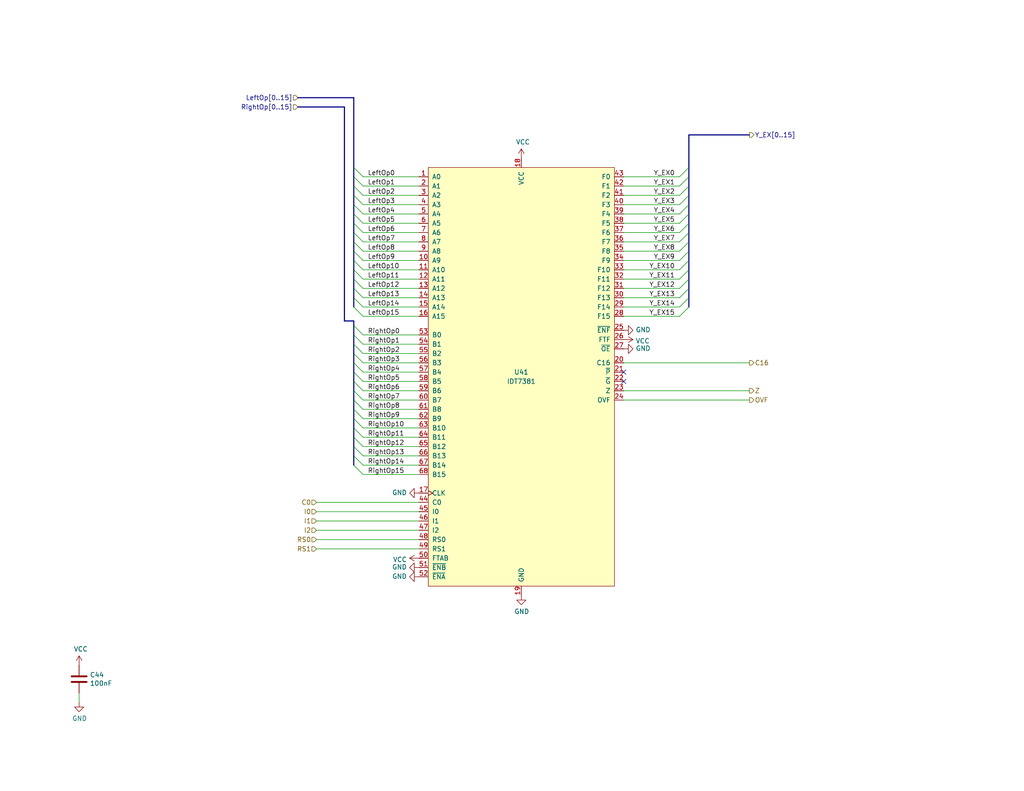
<source format=kicad_sch>
(kicad_sch (version 20230121) (generator eeschema)
  (paper "USLetter")
  (title_block (title "ALU") (date "2022-09-25") (rev "C") (comment 2 "are latched in registers in other parts of the circuit.") (comment 3 "This is configured for pure combinatorial operation where operands and outputs") (comment 4 "The ALU is built around the IDT 7381 sixteen-bit monolithic ALU IC."))
  (lib_symbols
    (symbol "Device:C" (pin_numbers hide) (pin_names (offset 0.254))
      (property "Reference" "C" (at 0.635 2.54 0))
      (property "Value" "C" (at 0.635 -2.54 0))
      (symbol "C_0_1"
        (polyline (pts (xy -2.032 -0.762) (xy 2.032 -0.762)) (stroke (width 0.508)))
        (polyline (pts (xy -2.032 0.762) (xy 2.032 0.762)) (stroke (width 0.508)))
      )
      (symbol "C_1_1"
        (pin passive line (at 0 3.81 270) (length 2.794) (name "~") (number "1"))
        (pin passive line (at 0 -3.81 90) (length 2.794) (name "~") (number "2"))
      )
    )
    (symbol "EXModule-rescue:IDT7381-CPU" (pin_names (offset 1.016))
      (property "Reference" "U" (at 1.27 2.54 0))
      (property "Value" "IDT7381-CPU" (at 1.27 0 0))
      (symbol "IDT7381-CPU_0_1"
        (rectangle (start -25.4 57.15) (end 25.4 -57.15) (fill (type background)))
      )
      (symbol "IDT7381-CPU_1_1"
        (pin input line (at -27.94 54.61 0) (length 2.54) (name "A0") (number "1"))
        (pin input line (at -27.94 31.75 0) (length 2.54) (name "A9") (number "10"))
        (pin input line (at -27.94 29.21 0) (length 2.54) (name "A10") (number "11"))
        (pin input line (at -27.94 26.67 0) (length 2.54) (name "A11") (number "12"))
        (pin input line (at -27.94 24.13 0) (length 2.54) (name "A12") (number "13"))
        (pin input line (at -27.94 21.59 0) (length 2.54) (name "A13") (number "14"))
        (pin input line (at -27.94 19.05 0) (length 2.54) (name "A14") (number "15"))
        (pin input line (at -27.94 16.51 0) (length 2.54) (name "A15") (number "16"))
        (pin input clock (at -27.94 -31.75 0) (length 2.54) (name "CLK") (number "17"))
        (pin power_in line (at 0 59.69 270) (length 2.54) (name "VCC") (number "18"))
        (pin power_in line (at 0 -59.69 90) (length 2.54) (name "GND") (number "19"))
        (pin input line (at -27.94 52.07 0) (length 2.54) (name "A1") (number "2"))
        (pin output line (at 27.94 3.81 180) (length 2.54) (name "C16") (number "20"))
        (pin output line (at 27.94 1.27 180) (length 2.54) (name "~{P}") (number "21"))
        (pin output line (at 27.94 -1.27 180) (length 2.54) (name "~{G}") (number "22"))
        (pin output line (at 27.94 -3.81 180) (length 2.54) (name "Z") (number "23"))
        (pin output line (at 27.94 -6.35 180) (length 2.54) (name "OVF") (number "24"))
        (pin input line (at 27.94 12.7 180) (length 2.54) (name "~{ENF}") (number "25"))
        (pin input line (at 27.94 10.16 180) (length 2.54) (name "FTF") (number "26"))
        (pin input line (at 27.94 7.62 180) (length 2.54) (name "~{OE}") (number "27"))
        (pin tri_state line (at 27.94 16.51 180) (length 2.54) (name "F15") (number "28"))
        (pin tri_state line (at 27.94 19.05 180) (length 2.54) (name "F14") (number "29"))
        (pin input line (at -27.94 49.53 0) (length 2.54) (name "A2") (number "3"))
        (pin tri_state line (at 27.94 21.59 180) (length 2.54) (name "F13") (number "30"))
        (pin tri_state line (at 27.94 24.13 180) (length 2.54) (name "F12") (number "31"))
        (pin tri_state line (at 27.94 26.67 180) (length 2.54) (name "F11") (number "32"))
        (pin tri_state line (at 27.94 29.21 180) (length 2.54) (name "F10") (number "33"))
        (pin tri_state line (at 27.94 31.75 180) (length 2.54) (name "F9") (number "34"))
        (pin tri_state line (at 27.94 34.29 180) (length 2.54) (name "F8") (number "35"))
        (pin tri_state line (at 27.94 36.83 180) (length 2.54) (name "F7") (number "36"))
        (pin tri_state line (at 27.94 39.37 180) (length 2.54) (name "F6") (number "37"))
        (pin tri_state line (at 27.94 41.91 180) (length 2.54) (name "F5") (number "38"))
        (pin tri_state line (at 27.94 44.45 180) (length 2.54) (name "F4") (number "39"))
        (pin input line (at -27.94 46.99 0) (length 2.54) (name "A3") (number "4"))
        (pin tri_state line (at 27.94 46.99 180) (length 2.54) (name "F3") (number "40"))
        (pin tri_state line (at 27.94 49.53 180) (length 2.54) (name "F2") (number "41"))
        (pin tri_state line (at 27.94 52.07 180) (length 2.54) (name "F1") (number "42"))
        (pin tri_state line (at 27.94 54.61 180) (length 2.54) (name "F0") (number "43"))
        (pin input line (at -27.94 -34.29 0) (length 2.54) (name "C0") (number "44"))
        (pin input line (at -27.94 -36.83 0) (length 2.54) (name "I0") (number "45"))
        (pin input line (at -27.94 -39.37 0) (length 2.54) (name "I1") (number "46"))
        (pin input line (at -27.94 -41.91 0) (length 2.54) (name "I2") (number "47"))
        (pin input line (at -27.94 -44.45 0) (length 2.54) (name "RS0") (number "48"))
        (pin input line (at -27.94 -46.99 0) (length 2.54) (name "RS1") (number "49"))
        (pin input line (at -27.94 44.45 0) (length 2.54) (name "A4") (number "5"))
        (pin input line (at -27.94 -49.53 0) (length 2.54) (name "FTAB") (number "50"))
        (pin input line (at -27.94 -52.07 0) (length 2.54) (name "~{ENB}") (number "51"))
        (pin input line (at -27.94 -54.61 0) (length 2.54) (name "~{ENA}") (number "52"))
        (pin input line (at -27.94 11.43 0) (length 2.54) (name "B0") (number "53"))
        (pin input line (at -27.94 8.89 0) (length 2.54) (name "B1") (number "54"))
        (pin input line (at -27.94 6.35 0) (length 2.54) (name "B2") (number "55"))
        (pin input line (at -27.94 3.81 0) (length 2.54) (name "B3") (number "56"))
        (pin input line (at -27.94 1.27 0) (length 2.54) (name "B4") (number "57"))
        (pin input line (at -27.94 -1.27 0) (length 2.54) (name "B5") (number "58"))
        (pin input line (at -27.94 -3.81 0) (length 2.54) (name "B6") (number "59"))
        (pin input line (at -27.94 41.91 0) (length 2.54) (name "A5") (number "6"))
        (pin input line (at -27.94 -6.35 0) (length 2.54) (name "B7") (number "60"))
        (pin input line (at -27.94 -8.89 0) (length 2.54) (name "B8") (number "61"))
        (pin input line (at -27.94 -11.43 0) (length 2.54) (name "B9") (number "62"))
        (pin input line (at -27.94 -13.97 0) (length 2.54) (name "B10") (number "63"))
        (pin input line (at -27.94 -16.51 0) (length 2.54) (name "B11") (number "64"))
        (pin input line (at -27.94 -19.05 0) (length 2.54) (name "B12") (number "65"))
        (pin input line (at -27.94 -21.59 0) (length 2.54) (name "B13") (number "66"))
        (pin input line (at -27.94 -24.13 0) (length 2.54) (name "B14") (number "67"))
        (pin input line (at -27.94 -26.67 0) (length 2.54) (name "B15") (number "68"))
        (pin input line (at -27.94 39.37 0) (length 2.54) (name "A6") (number "7"))
        (pin input line (at -27.94 36.83 0) (length 2.54) (name "A7") (number "8"))
        (pin input line (at -27.94 34.29 0) (length 2.54) (name "A8") (number "9"))
      )
    )
    (symbol "power:GND" (power) (pin_names (offset 0))
      (property "Value" "GND" (at 0 -3.81 0))
      (symbol "GND_0_1"
        (polyline (pts (xy 0 0) (xy 0 -1.27) (xy 1.27 -1.27) (xy 0 -2.54) (xy -1.27 -1.27) (xy 0 -1.27)))
      )
      (symbol "GND_1_1"
        (pin power_in line (at 0 0 270) (length 0) hide (name "GND") (number "1"))
      )
    )
    (symbol "power:VCC" (power) (pin_names (offset 0))
      (property "Value" "VCC" (at 0 3.81 0))
      (symbol "VCC_0_1"
        (polyline (pts (xy -0.762 1.27) (xy 0 2.54)))
        (polyline (pts (xy 0 0) (xy 0 2.54)))
        (polyline (pts (xy 0 2.54) (xy 0.762 1.27)))
      )
      (symbol "VCC_1_1"
        (pin power_in line (at 0 0 90) (length 0) hide (name "VCC") (number "1"))
      )
    )
  )
  (no_connect (at 170.18 104.14))
  (no_connect (at 170.18 101.6))
  (bus_entry (at 99.06 129.54) (size -2.54 -2.54))
  (bus_entry (at 99.06 66.04) (size -2.54 -2.54))
  (bus_entry (at 99.06 68.58) (size -2.54 -2.54))
  (bus_entry (at 99.06 99.06) (size -2.54 -2.54))
  (bus_entry (at 99.06 81.28) (size -2.54 -2.54))
  (bus_entry (at 99.06 63.5) (size -2.54 -2.54))
  (bus_entry (at 99.06 76.2) (size -2.54 -2.54))
  (bus_entry (at 99.06 55.88) (size -2.54 -2.54))
  (bus_entry (at 99.06 111.76) (size -2.54 -2.54))
  (bus_entry (at 99.06 93.98) (size -2.54 -2.54))
  (bus_entry (at 99.06 73.66) (size -2.54 -2.54))
  (bus_entry (at 99.06 127) (size -2.54 -2.54))
  (bus_entry (at 99.06 83.82) (size -2.54 -2.54))
  (bus_entry (at 99.06 71.12) (size -2.54 -2.54))
  (bus_entry (at 185.42 58.42) (size 2.54 -2.54))
  (bus_entry (at 99.06 48.26) (size -2.54 -2.54))
  (bus_entry (at 185.42 50.8) (size 2.54 -2.54))
  (bus_entry (at 99.06 58.42) (size -2.54 -2.54))
  (bus_entry (at 185.42 83.82) (size 2.54 -2.54))
  (bus_entry (at 99.06 50.8) (size -2.54 -2.54))
  (bus_entry (at 99.06 86.36) (size -2.54 -2.54))
  (bus_entry (at 99.06 78.74) (size -2.54 -2.54))
  (bus_entry (at 185.42 55.88) (size 2.54 -2.54))
  (bus_entry (at 99.06 104.14) (size -2.54 -2.54))
  (bus_entry (at 99.06 121.92) (size -2.54 -2.54))
  (bus_entry (at 99.06 101.6) (size -2.54 -2.54))
  (bus_entry (at 99.06 60.96) (size -2.54 -2.54))
  (bus_entry (at 185.42 78.74) (size 2.54 -2.54))
  (bus_entry (at 99.06 96.52) (size -2.54 -2.54))
  (bus_entry (at 99.06 106.68) (size -2.54 -2.54))
  (bus_entry (at 99.06 116.84) (size -2.54 -2.54))
  (bus_entry (at 99.06 124.46) (size -2.54 -2.54))
  (bus_entry (at 99.06 53.34) (size -2.54 -2.54))
  (bus_entry (at 185.42 76.2) (size 2.54 -2.54))
  (bus_entry (at 185.42 53.34) (size 2.54 -2.54))
  (bus_entry (at 185.42 71.12) (size 2.54 -2.54))
  (bus_entry (at 185.42 73.66) (size 2.54 -2.54))
  (bus_entry (at 99.06 119.38) (size -2.54 -2.54))
  (bus_entry (at 185.42 66.04) (size 2.54 -2.54))
  (bus_entry (at 185.42 81.28) (size 2.54 -2.54))
  (bus_entry (at 185.42 86.36) (size 2.54 -2.54))
  (bus_entry (at 185.42 68.58) (size 2.54 -2.54))
  (bus_entry (at 99.06 109.22) (size -2.54 -2.54))
  (bus_entry (at 185.42 63.5) (size 2.54 -2.54))
  (bus_entry (at 185.42 60.96) (size 2.54 -2.54))
  (bus_entry (at 99.06 114.3) (size -2.54 -2.54))
  (bus_entry (at 99.06 91.44) (size -2.54 -2.54))
  (bus_entry (at 185.42 48.26) (size 2.54 -2.54))
  (bus (pts (xy 187.96 63.5) (xy 187.96 66.04)))
  (bus (pts (xy 96.52 76.2) (xy 96.52 78.74)))
  (wire (pts (xy 185.42 58.42) (xy 170.18 58.42)))
  (wire (pts (xy 99.06 106.68) (xy 114.3 106.68)))
  (bus (pts (xy 187.96 78.74) (xy 187.96 81.28)))
  (wire (pts (xy 21.59 191.77) (xy 21.59 189.23)))
  (wire (pts (xy 185.42 48.26) (xy 170.18 48.26)))
  (bus (pts (xy 187.96 48.26) (xy 187.96 50.8)))
  (wire (pts (xy 185.42 60.96) (xy 170.18 60.96)))
  (wire (pts (xy 170.18 109.22) (xy 204.47 109.22)))
  (bus (pts (xy 187.96 68.58) (xy 187.96 71.12)))
  (bus (pts (xy 187.96 55.88) (xy 187.96 58.42)))
  (wire (pts (xy 185.42 83.82) (xy 170.18 83.82)))
  (bus (pts (xy 96.52 81.28) (xy 96.52 83.82)))
  (wire (pts (xy 99.06 76.2) (xy 114.3 76.2)))
  (bus (pts (xy 93.98 87.63) (xy 96.52 87.63)))
  (bus (pts (xy 187.96 45.72) (xy 187.96 48.26)))
  (bus (pts (xy 187.96 58.42) (xy 187.96 60.96)))
  (bus (pts (xy 96.52 71.12) (xy 96.52 73.66)))
  (bus (pts (xy 96.52 96.52) (xy 96.52 99.06)))
  (wire (pts (xy 99.06 83.82) (xy 114.3 83.82)))
  (bus (pts (xy 96.52 55.88) (xy 96.52 58.42)))
  (bus (pts (xy 96.52 26.67) (xy 96.52 45.72)))
  (wire (pts (xy 185.42 63.5) (xy 170.18 63.5)))
  (wire (pts (xy 99.06 63.5) (xy 114.3 63.5)))
  (wire (pts (xy 99.06 68.58) (xy 114.3 68.58)))
  (wire (pts (xy 114.3 142.24) (xy 86.36 142.24)))
  (wire (pts (xy 185.42 76.2) (xy 170.18 76.2)))
  (wire (pts (xy 99.06 99.06) (xy 114.3 99.06)))
  (bus (pts (xy 96.52 101.6) (xy 96.52 104.14)))
  (wire (pts (xy 99.06 73.66) (xy 114.3 73.66)))
  (wire (pts (xy 99.06 50.8) (xy 114.3 50.8)))
  (bus (pts (xy 96.52 111.76) (xy 96.52 114.3)))
  (wire (pts (xy 185.42 66.04) (xy 170.18 66.04)))
  (bus (pts (xy 96.52 58.42) (xy 96.52 60.96)))
  (bus (pts (xy 96.52 63.5) (xy 96.52 66.04)))
  (bus (pts (xy 187.96 73.66) (xy 187.96 76.2)))
  (bus (pts (xy 96.52 60.96) (xy 96.52 63.5)))
  (wire (pts (xy 99.06 78.74) (xy 114.3 78.74)))
  (wire (pts (xy 99.06 109.22) (xy 114.3 109.22)))
  (wire (pts (xy 99.06 58.42) (xy 114.3 58.42)))
  (bus (pts (xy 96.52 99.06) (xy 96.52 101.6)))
  (bus (pts (xy 96.52 50.8) (xy 96.52 53.34)))
  (wire (pts (xy 185.42 86.36) (xy 170.18 86.36)))
  (wire (pts (xy 185.42 53.34) (xy 170.18 53.34)))
  (bus (pts (xy 96.52 66.04) (xy 96.52 68.58)))
  (bus (pts (xy 96.52 119.38) (xy 96.52 121.92)))
  (wire (pts (xy 99.06 71.12) (xy 114.3 71.12)))
  (wire (pts (xy 99.06 116.84) (xy 114.3 116.84)))
  (bus (pts (xy 96.52 87.63) (xy 96.52 88.9)))
  (bus (pts (xy 96.52 68.58) (xy 96.52 71.12)))
  (bus (pts (xy 96.52 48.26) (xy 96.52 50.8)))
  (wire (pts (xy 99.06 124.46) (xy 114.3 124.46)))
  (wire (pts (xy 99.06 101.6) (xy 114.3 101.6)))
  (bus (pts (xy 187.96 76.2) (xy 187.96 78.74)))
  (wire (pts (xy 185.42 73.66) (xy 170.18 73.66)))
  (wire (pts (xy 99.06 121.92) (xy 114.3 121.92)))
  (wire (pts (xy 99.06 48.26) (xy 114.3 48.26)))
  (wire (pts (xy 99.06 91.44) (xy 114.3 91.44)))
  (bus (pts (xy 96.52 124.46) (xy 96.52 127)))
  (bus (pts (xy 96.52 93.98) (xy 96.52 96.52)))
  (bus (pts (xy 187.96 36.83) (xy 187.96 45.72)))
  (bus (pts (xy 96.52 116.84) (xy 96.52 119.38)))
  (bus (pts (xy 96.52 88.9) (xy 96.52 91.44)))
  (bus (pts (xy 96.52 73.66) (xy 96.52 76.2)))
  (wire (pts (xy 99.06 111.76) (xy 114.3 111.76)))
  (wire (pts (xy 99.06 93.98) (xy 114.3 93.98)))
  (bus (pts (xy 96.52 104.14) (xy 96.52 106.68)))
  (wire (pts (xy 170.18 106.68) (xy 204.47 106.68)))
  (wire (pts (xy 99.06 81.28) (xy 114.3 81.28)))
  (bus (pts (xy 96.52 78.74) (xy 96.52 81.28)))
  (wire (pts (xy 99.06 127) (xy 114.3 127)))
  (bus (pts (xy 96.52 45.72) (xy 96.52 48.26)))
  (bus (pts (xy 204.47 36.83) (xy 187.96 36.83)))
  (bus (pts (xy 187.96 50.8) (xy 187.96 53.34)))
  (wire (pts (xy 185.42 68.58) (xy 170.18 68.58)))
  (bus (pts (xy 187.96 71.12) (xy 187.96 73.66)))
  (bus (pts (xy 187.96 66.04) (xy 187.96 68.58)))
  (wire (pts (xy 99.06 66.04) (xy 114.3 66.04)))
  (bus (pts (xy 96.52 53.34) (xy 96.52 55.88)))
  (wire (pts (xy 185.42 50.8) (xy 170.18 50.8)))
  (bus (pts (xy 96.52 109.22) (xy 96.52 111.76)))
  (wire (pts (xy 99.06 86.36) (xy 114.3 86.36)))
  (bus (pts (xy 187.96 81.28) (xy 187.96 83.82)))
  (bus (pts (xy 93.98 29.21) (xy 93.98 87.63)))
  (wire (pts (xy 185.42 81.28) (xy 170.18 81.28)))
  (bus (pts (xy 96.52 106.68) (xy 96.52 109.22)))
  (wire (pts (xy 99.06 96.52) (xy 114.3 96.52)))
  (wire (pts (xy 185.42 78.74) (xy 170.18 78.74)))
  (bus (pts (xy 96.52 114.3) (xy 96.52 116.84)))
  (wire (pts (xy 86.36 137.16) (xy 114.3 137.16)))
  (bus (pts (xy 96.52 121.92) (xy 96.52 124.46)))
  (wire (pts (xy 99.06 114.3) (xy 114.3 114.3)))
  (wire (pts (xy 99.06 119.38) (xy 114.3 119.38)))
  (wire (pts (xy 99.06 104.14) (xy 114.3 104.14)))
  (wire (pts (xy 99.06 55.88) (xy 114.3 55.88)))
  (wire (pts (xy 114.3 144.78) (xy 86.36 144.78)))
  (wire (pts (xy 99.06 60.96) (xy 114.3 60.96)))
  (wire (pts (xy 114.3 147.32) (xy 86.36 147.32)))
  (wire (pts (xy 114.3 139.7) (xy 86.36 139.7)))
  (wire (pts (xy 170.18 99.06) (xy 204.47 99.06)))
  (bus (pts (xy 93.98 29.21) (xy 81.28 29.21)))
  (wire (pts (xy 114.3 149.86) (xy 86.36 149.86)))
  (wire (pts (xy 99.06 129.54) (xy 114.3 129.54)))
  (wire (pts (xy 99.06 53.34) (xy 114.3 53.34)))
  (wire (pts (xy 185.42 55.88) (xy 170.18 55.88)))
  (bus (pts (xy 96.52 91.44) (xy 96.52 93.98)))
  (wire (pts (xy 185.42 71.12) (xy 170.18 71.12)))
  (bus (pts (xy 187.96 53.34) (xy 187.96 55.88)))
  (bus (pts (xy 96.52 26.67) (xy 81.28 26.67)))
  (bus (pts (xy 187.96 60.96) (xy 187.96 63.5)))
  (label "RightOp13" (at 100.33 124.46 0))
  (label "RightOp2" (at 100.33 96.52 0))
  (label "Y_EX6" (at 184.15 63.5 180))
  (label "Y_EX3" (at 184.15 55.88 180))
  (label "Y_EX14" (at 184.15 83.82 180))
  (label "Y_EX13" (at 184.15 81.28 180))
  (label "Y_EX11" (at 184.15 76.2 180))
  (label "RightOp14" (at 100.33 127 0))
  (label "LeftOp11" (at 100.33 76.2 0))
  (label "LeftOp15" (at 100.33 86.36 0))
  (label "LeftOp0" (at 100.33 48.26 0))
  (label "Y_EX5" (at 184.15 60.96 180))
  (label "RightOp3" (at 100.33 99.06 0))
  (label "LeftOp9" (at 100.33 71.12 0))
  (label "RightOp1" (at 100.33 93.98 0))
  (label "RightOp11" (at 100.33 119.38 0))
  (label "LeftOp6" (at 100.33 63.5 0))
  (label "LeftOp13" (at 100.33 81.28 0))
  (label "LeftOp10" (at 100.33 73.66 0))
  (label "RightOp0" (at 100.33 91.44 0))
  (label "RightOp5" (at 100.33 104.14 0))
  (label "Y_EX10" (at 184.15 73.66 180))
  (label "RightOp7" (at 100.33 109.22 0))
  (label "LeftOp1" (at 100.33 50.8 0))
  (label "Y_EX4" (at 184.15 58.42 180))
  (label "Y_EX9" (at 184.15 71.12 180))
  (label "Y_EX7" (at 184.15 66.04 180))
  (label "Y_EX1" (at 184.15 50.8 180))
  (label "LeftOp12" (at 100.33 78.74 0))
  (label "Y_EX8" (at 184.15 68.58 180))
  (label "Y_EX2" (at 184.15 53.34 180))
  (label "Y_EX12" (at 184.15 78.74 180))
  (label "RightOp10" (at 100.33 116.84 0))
  (label "LeftOp4" (at 100.33 58.42 0))
  (label "LeftOp14" (at 100.33 83.82 0))
  (label "LeftOp3" (at 100.33 55.88 0))
  (label "RightOp9" (at 100.33 114.3 0))
  (label "Y_EX0" (at 184.15 48.26 180))
  (label "Y_EX15" (at 184.15 86.36 180))
  (label "LeftOp2" (at 100.33 53.34 0))
  (label "LeftOp5" (at 100.33 60.96 0))
  (label "RightOp12" (at 100.33 121.92 0))
  (label "RightOp4" (at 100.33 101.6 0))
  (label "RightOp8" (at 100.33 111.76 0))
  (label "RightOp6" (at 100.33 106.68 0))
  (label "RightOp15" (at 100.33 129.54 0))
  (label "LeftOp8" (at 100.33 68.58 0))
  (label "LeftOp7" (at 100.33 66.04 0))
  (hierarchical_label "Y_EX[0..15]" (shape output) (at 204.47 36.83 0))
  (hierarchical_label "RS0" (shape input) (at 86.36 147.32 180))
  (hierarchical_label "Z" (shape output) (at 204.47 106.68 0))
  (hierarchical_label "RightOp[0..15]" (shape input) (at 81.28 29.21 180))
  (hierarchical_label "RS1" (shape input) (at 86.36 149.86 180))
  (hierarchical_label "I1" (shape input) (at 86.36 142.24 180))
  (hierarchical_label "I2" (shape input) (at 86.36 144.78 180))
  (hierarchical_label "C16" (shape output) (at 204.47 99.06 0))
  (hierarchical_label "LeftOp[0..15]" (shape input) (at 81.28 26.67 180))
  (hierarchical_label "C0" (shape input) (at 86.36 137.16 180))
  (hierarchical_label "I0" (shape input) (at 86.36 139.7 180))
  (hierarchical_label "OVF" (shape output) (at 204.47 109.22 0))
  (symbol (lib_id "Device:C") (at 21.59 185.42 0) (unit 1)
    (property "Reference" "C44" (at 24.511 184.2516 0) (effects (justify left)))
    (property "Value" "100nF" (at 24.511 186.563 0) (effects (justify left)))
    (property "Footprint" "Capacitor_SMD:C_0603_1608Metric_Pad1.08x0.95mm_HandSolder" (effects hide))
    (property "Mouser" "https://www.mouser.com/ProductDetail/963-EMK107B7104KAHT" (effects hide))
  )
  (symbol (lib_id "power:VCC") (at 21.59 181.61 0) (unit 1)
    (property "Reference" "#PWR0231" (effects hide))
    (property "Value" "VCC" (at 22.0218 177.2158 0))
  )
  (symbol (lib_id "power:GND") (at 21.59 191.77 0) (unit 1)
    (property "Reference" "#PWR0232" (effects hide))
    (property "Value" "GND" (at 21.717 196.1642 0))
  )
  (symbol (lib_id "EXModule-rescue:IDT7381-CPU") (at 142.24 102.87 0) (unit 1)
    (property "Reference" "U41" (at 142.24 101.6 0))
    (property "Value" "IDT7381" (at 142.24 104.14 0))
    (property "Footprint" "Package_LCC:PLCC-68_SMD-Socket" (effects hide))
    (property "Datasheet" "https://www.digchip.com/datasheets/download_datasheet.php?id=419696&part-number=IDT7381" (effects hide))
    (property "Mouser" "https://www.mouser.com/ProductDetail/3M-Electronic-Solutions-Division/8468-21B1-RK-TP?qs=WZRMhwwaLl%2FJN6Bcf7US3Q%3D%3D" (effects hide))
  )
  (symbol (lib_id "power:VCC") (at 142.24 43.18 0) (unit 1)
    (property "Reference" "#PWR0237" (effects hide))
    (property "Value" "VCC" (at 142.6718 38.7858 0))
  )
  (symbol (lib_id "power:GND") (at 142.24 162.56 0) (unit 1)
    (property "Reference" "#PWR0238" (effects hide))
    (property "Value" "GND" (at 142.367 166.9542 0))
  )
  (symbol (lib_id "power:GND") (at 170.18 90.17 90) (unit 1)
    (property "Reference" "#PWR0239" (effects hide))
    (property "Value" "GND" (at 173.4312 90.043 90) (effects (justify right)))
  )
  (symbol (lib_id "power:GND") (at 114.3 154.94 270) (mirror x) (unit 1)
    (property "Reference" "#PWR0235" (effects hide))
    (property "Value" "GND" (at 111.0488 154.813 90) (effects (justify right)))
  )
  (symbol (lib_id "power:GND") (at 114.3 157.48 270) (mirror x) (unit 1)
    (property "Reference" "#PWR0236" (effects hide))
    (property "Value" "GND" (at 111.0488 157.353 90) (effects (justify right)))
  )
  (symbol (lib_id "power:VCC") (at 170.18 92.71 270) (unit 1)
    (property "Reference" "#PWR0240" (effects hide))
    (property "Value" "VCC" (at 173.4312 93.091 90) (effects (justify left)))
  )
  (symbol (lib_id "power:GND") (at 114.3 134.62 270) (mirror x) (unit 1)
    (property "Reference" "#PWR0233" (effects hide))
    (property "Value" "GND" (at 111.0488 134.493 90) (effects (justify right)))
  )
  (symbol (lib_id "power:VCC") (at 114.3 152.4 90) (mirror x) (unit 1)
    (property "Reference" "#PWR0234" (effects hide))
    (property "Value" "VCC" (at 111.0488 152.781 90) (effects (justify left)))
  )
  (symbol (lib_id "power:GND") (at 170.18 95.25 90) (unit 1)
    (property "Reference" "#PWR0241" (effects hide))
    (property "Value" "GND" (at 173.4312 95.123 90) (effects (justify right)))
  )
)
</source>
